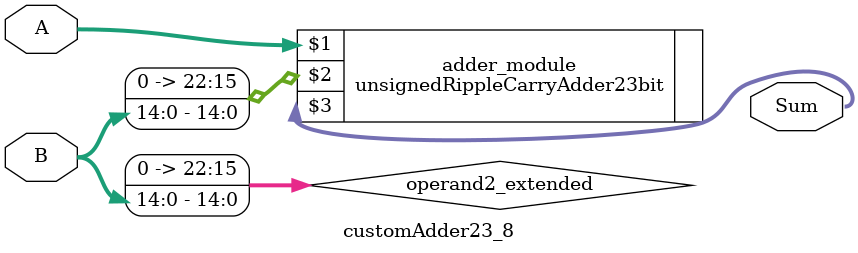
<source format=v>

module customAdder23_8(
                    input [22 : 0] A,
                    input [14 : 0] B,
                    
                    output [23 : 0] Sum
            );

    wire [22 : 0] operand2_extended;
    
    assign operand2_extended =  {8'b0, B};
    
    unsignedRippleCarryAdder23bit adder_module(
        A,
        operand2_extended,
        Sum
    );
    
endmodule
        
</source>
